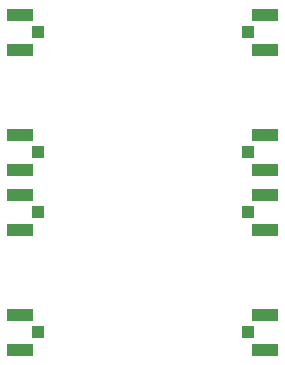
<source format=gbr>
G04 #@! TF.GenerationSoftware,KiCad,Pcbnew,(5.1.5)-3*
G04 #@! TF.CreationDate,2020-05-25T15:33:18-04:00*
G04 #@! TF.ProjectId,vuv4x2,76757634-7832-42e6-9b69-6361645f7063,rev?*
G04 #@! TF.SameCoordinates,Original*
G04 #@! TF.FileFunction,Paste,Top*
G04 #@! TF.FilePolarity,Positive*
%FSLAX46Y46*%
G04 Gerber Fmt 4.6, Leading zero omitted, Abs format (unit mm)*
G04 Created by KiCad (PCBNEW (5.1.5)-3) date 2020-05-25 15:33:18*
%MOMM*%
%LPD*%
G04 APERTURE LIST*
%ADD10R,2.200000X1.050000*%
%ADD11R,1.000000X1.000000*%
G04 APERTURE END LIST*
D10*
X109450000Y-62000000D03*
X109450000Y-65000000D03*
D11*
X107950000Y-63500000D03*
D10*
X109450000Y-72160000D03*
X109450000Y-75160000D03*
D11*
X107950000Y-73660000D03*
D10*
X109450000Y-77240000D03*
X109450000Y-80240000D03*
D11*
X107950000Y-78740000D03*
D10*
X109450000Y-87400000D03*
X109450000Y-90400000D03*
D11*
X107950000Y-88900000D03*
D10*
X88670000Y-90400000D03*
X88670000Y-87400000D03*
D11*
X90170000Y-88900000D03*
D10*
X88670000Y-80240000D03*
X88670000Y-77240000D03*
D11*
X90170000Y-78740000D03*
D10*
X88670000Y-75160000D03*
X88670000Y-72160000D03*
D11*
X90170000Y-73660000D03*
D10*
X88670000Y-65000000D03*
X88670000Y-62000000D03*
D11*
X90170000Y-63500000D03*
M02*

</source>
